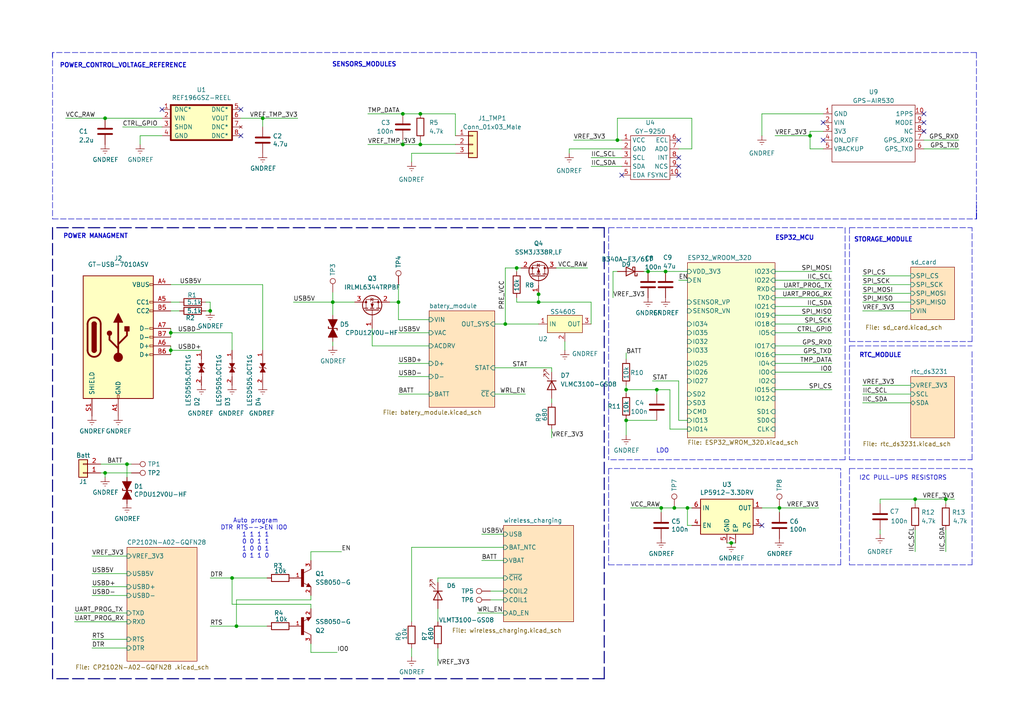
<source format=kicad_sch>
(kicad_sch (version 20231120) (generator "eeschema") (generator_version "8.0")
  (paper "A4")
  (title_block (comment 1 "Leonardo Rosa"))
  (junction (at 76.2 34.29))
  (junction (at 187.96 78.74))
  (junction (at 195.58 147.32))
  (junction (at 265.43 144.78))
  (junction (at 156.21 87.63))
  (junction (at 199.39 147.32))
  (junction (at 212.09 157.48))
  (junction (at 181.61 121.92))
  (junction (at 96.52 87.63))
  (junction (at 181.61 113.03))
  (junction (at 116.84 41.91))
  (junction (at 156.21 85.344))
  (junction (at 234.95 39.37))
  (junction (at 191.77 147.32))
  (junction (at 36.83 134.62))
  (junction (at 193.04 78.74))
  (junction (at 121.92 33.02))
  (junction (at 49.53 96.52))
  (junction (at 149.86 77.724))
  (junction (at 30.48 34.29))
  (junction (at 68.58 181.61))
  (junction (at 115.57 87.63))
  (junction (at 121.92 41.91))
  (junction (at 49.53 101.6))
  (junction (at 146.558 93.98))
  (junction (at 190.5 113.03))
  (junction (at 60.96 90.17))
  (junction (at 116.84 33.02))
  (junction (at 226.06 147.32))
  (junction (at 67.31 167.64))
  (junction (at 179.07 40.64))
  (junction (at 274.32 144.78))
  (junction (at 30.48 137.16))
  (no_connect (at 267.97 38.1))
  (no_connect (at 196.85 50.8))
  (no_connect (at 46.99 31.75))
  (no_connect (at 180.34 50.8))
  (no_connect (at 196.85 40.64))
  (no_connect (at 69.85 31.75))
  (no_connect (at 220.98 152.4))
  (no_connect (at 238.76 40.64))
  (no_connect (at 196.85 45.72))
  (no_connect (at 69.85 39.37))
  (no_connect (at 267.97 35.56))
  (no_connect (at 267.97 33.02))
  (no_connect (at 196.85 48.26))
  (no_connect (at 238.76 35.56))
  (wire (pts (xy 26.67 161.29) (xy 36.83 161.29)))
  (wire (pts (xy 255.27 144.78) (xy 265.43 144.78)))
  (wire (pts (xy 224.79 91.44) (xy 241.3 91.44)))
  (wire (pts (xy 146.558 93.98) (xy 156.21 93.98)))
  (wire (pts (xy 67.31 175.26) (xy 67.31 167.64)))
  (wire (pts (xy 224.79 96.52) (xy 241.3 96.52)))
  (wire (pts (xy 274.32 144.78) (xy 274.32 146.05)))
  (polyline (pts (xy 283.21 15.24) (xy 283.21 63.5)) (stroke (width 0) (type dash)))
  (wire (pts (xy 139.7 154.94) (xy 146.05 154.94)))
  (polyline (pts (xy 246.38 135.89) (xy 281.94 135.89)) (stroke (width 0) (type dash)))
  (wire (pts (xy 132.08 44.45) (xy 119.38 44.45)))
  (wire (pts (xy 224.79 93.98) (xy 241.3 93.98)))
  (wire (pts (xy 250.19 87.63) (xy 264.16 87.63)))
  (wire (pts (xy 220.98 33.02) (xy 220.98 39.37)))
  (wire (pts (xy 30.48 34.29) (xy 46.99 34.29)))
  (wire (pts (xy 267.97 43.18) (xy 278.13 43.18)))
  (wire (pts (xy 116.84 40.64) (xy 116.84 41.91)))
  (wire (pts (xy 60.96 181.61) (xy 68.58 181.61)))
  (wire (pts (xy 179.07 34.29) (xy 179.07 40.64)))
  (wire (pts (xy 224.79 86.36) (xy 241.3 86.36)))
  (wire (pts (xy 115.57 87.63) (xy 115.57 92.71)))
  (wire (pts (xy 36.83 138.43) (xy 36.83 134.62)))
  (wire (pts (xy 90.17 189.23) (xy 97.79 189.23)))
  (wire (pts (xy 224.79 83.82) (xy 241.3 83.82)))
  (wire (pts (xy 224.79 81.28) (xy 241.3 81.28)))
  (wire (pts (xy 49.53 96.52) (xy 67.31 96.52)))
  (wire (pts (xy 90.17 176.53) (xy 90.17 175.26)))
  (polyline (pts (xy 176.53 135.89) (xy 176.53 163.83)) (stroke (width 0) (type dash)))
  (wire (pts (xy 189.23 110.49) (xy 196.85 110.49)))
  (wire (pts (xy 196.85 121.92) (xy 196.85 110.49)))
  (wire (pts (xy 143.51 114.3) (xy 152.4 114.3)))
  (wire (pts (xy 59.69 87.63) (xy 60.96 87.63)))
  (wire (pts (xy 250.19 114.3) (xy 264.16 114.3)))
  (wire (pts (xy 181.61 113.03) (xy 181.61 114.046)))
  (wire (pts (xy 194.31 124.46) (xy 194.31 113.03)))
  (wire (pts (xy 49.53 101.6) (xy 49.53 100.33)))
  (wire (pts (xy 49.53 101.6) (xy 58.42 101.6)))
  (wire (pts (xy 234.95 38.1) (xy 234.95 39.37)))
  (wire (pts (xy 76.2 34.29) (xy 76.2 36.83)))
  (polyline (pts (xy 15.24 63.5) (xy 283.21 63.5)) (stroke (width 0) (type dash)))
  (wire (pts (xy 181.61 121.92) (xy 190.5 121.92)))
  (wire (pts (xy 250.19 111.76) (xy 264.16 111.76)))
  (wire (pts (xy 96.52 99.06) (xy 96.52 100.33)))
  (wire (pts (xy 171.45 93.98) (xy 171.45 87.63)))
  (wire (pts (xy 132.08 33.02) (xy 132.08 39.37)))
  (wire (pts (xy 115.57 105.41) (xy 124.46 105.41)))
  (wire (pts (xy 49.53 96.52) (xy 49.53 95.25)))
  (wire (pts (xy 49.53 82.55) (xy 76.2 82.55)))
  (wire (pts (xy 265.43 144.78) (xy 274.32 144.78)))
  (wire (pts (xy 250.19 116.84) (xy 264.16 116.84)))
  (polyline (pts (xy 283.21 63.5) (xy 283.21 60.96)) (stroke (width 0) (type dash)))
  (wire (pts (xy 142.24 173.99) (xy 146.05 173.99)))
  (wire (pts (xy 30.48 137.16) (xy 38.1 137.16)))
  (wire (pts (xy 26.67 185.42) (xy 36.83 185.42)))
  (wire (pts (xy 119.38 44.45) (xy 119.38 46.99)))
  (wire (pts (xy 199.39 121.92) (xy 196.85 121.92)))
  (wire (pts (xy 149.86 77.724) (xy 151.13 77.724)))
  (wire (pts (xy 224.79 107.95) (xy 241.3 107.95)))
  (wire (pts (xy 165.1 43.18) (xy 180.34 43.18)))
  (wire (pts (xy 274.32 144.78) (xy 276.86 144.78)))
  (wire (pts (xy 59.69 90.17) (xy 60.96 90.17)))
  (wire (pts (xy 171.45 48.26) (xy 180.34 48.26)))
  (wire (pts (xy 160.02 124.46) (xy 160.02 127)))
  (wire (pts (xy 96.52 87.63) (xy 96.52 91.44)))
  (wire (pts (xy 36.83 134.62) (xy 38.1 134.62)))
  (wire (pts (xy 224.79 105.41) (xy 241.3 105.41)))
  (wire (pts (xy 163.83 99.06) (xy 163.83 101.6)))
  (polyline (pts (xy 281.94 163.83) (xy 281.94 135.89)) (stroke (width 0) (type dash)))
  (wire (pts (xy 156.21 85.09) (xy 156.21 85.344)))
  (wire (pts (xy 255.27 144.78) (xy 255.27 146.05)))
  (wire (pts (xy 121.92 33.02) (xy 132.08 33.02)))
  (wire (pts (xy 194.31 113.03) (xy 190.5 113.03)))
  (wire (pts (xy 181.61 121.666) (xy 181.61 121.92)))
  (wire (pts (xy 187.96 78.74) (xy 193.04 78.74)))
  (wire (pts (xy 76.2 101.6) (xy 76.2 82.55)))
  (wire (pts (xy 67.31 101.6) (xy 67.31 96.52)))
  (polyline (pts (xy 176.53 66.04) (xy 176.53 133.35)) (stroke (width 0) (type dash)))
  (wire (pts (xy 171.45 45.72) (xy 180.34 45.72)))
  (wire (pts (xy 250.19 82.55) (xy 264.16 82.55)))
  (wire (pts (xy 160.02 106.68) (xy 160.02 107.95)))
  (wire (pts (xy 190.5 114.3) (xy 190.5 113.03)))
  (wire (pts (xy 90.17 175.26) (xy 67.31 175.26)))
  (wire (pts (xy 49.53 90.17) (xy 52.07 90.17)))
  (wire (pts (xy 29.21 134.62) (xy 36.83 134.62)))
  (wire (pts (xy 196.85 43.18) (xy 200.66 43.18)))
  (wire (pts (xy 199.39 152.4) (xy 199.39 147.32)))
  (wire (pts (xy 60.96 167.64) (xy 67.31 167.64)))
  (wire (pts (xy 226.06 147.32) (xy 237.49 147.32)))
  (polyline (pts (xy 246.38 133.35) (xy 281.94 133.35)) (stroke (width 0) (type dash)))
  (wire (pts (xy 90.17 160.02) (xy 99.06 160.02)))
  (wire (pts (xy 224.79 39.37) (xy 234.95 39.37)))
  (wire (pts (xy 21.59 180.34) (xy 36.83 180.34)))
  (wire (pts (xy 146.558 77.724) (xy 146.558 93.98)))
  (polyline (pts (xy 283.21 63.5) (xy 283.21 58.42)) (stroke (width 0) (type dash)))
  (polyline (pts (xy 246.38 99.06) (xy 281.94 99.06)) (stroke (width 0) (type dash)))
  (wire (pts (xy 182.88 147.32) (xy 191.77 147.32)))
  (wire (pts (xy 161.29 77.724) (xy 170.434 77.724)))
  (bus (pts (xy 175.26 196.85) (xy 175.26 66.04)) (stroke (width 0) (type dash)))
  (wire (pts (xy 186.69 78.74) (xy 187.96 78.74)))
  (polyline (pts (xy 176.53 66.04) (xy 245.11 66.04)) (stroke (width 0) (type dash)))
  (wire (pts (xy 181.61 104.14) (xy 181.61 102.362)))
  (wire (pts (xy 127 176.53) (xy 127 180.34)))
  (wire (pts (xy 49.53 97.79) (xy 49.53 96.52)))
  (wire (pts (xy 200.66 152.4) (xy 199.39 152.4)))
  (bus (pts (xy 175.26 196.85) (xy 15.24 196.85)) (stroke (width 0) (type dash)))
  (bus (pts (xy 175.26 66.04) (xy 15.24 66.04)) (stroke (width 0) (type dash)))
  (wire (pts (xy 191.77 147.32) (xy 195.58 147.32)))
  (wire (pts (xy 35.56 36.83) (xy 46.99 36.83)))
  (polyline (pts (xy 281.94 133.35) (xy 281.94 101.6)) (stroke (width 0) (type dash)))
  (polyline (pts (xy 15.24 15.24) (xy 15.24 16.51)) (stroke (width 0) (type dash)))
  (wire (pts (xy 68.58 173.99) (xy 68.58 181.61)))
  (wire (pts (xy 226.06 148.59) (xy 226.06 147.32)))
  (wire (pts (xy 143.51 106.68) (xy 160.02 106.68)))
  (wire (pts (xy 69.85 34.29) (xy 76.2 34.29)))
  (wire (pts (xy 138.43 177.8) (xy 146.05 177.8)))
  (wire (pts (xy 143.51 93.98) (xy 146.558 93.98)))
  (polyline (pts (xy 243.84 163.83) (xy 243.84 135.89)) (stroke (width 0) (type dash)))
  (wire (pts (xy 139.7 162.56) (xy 146.05 162.56)))
  (wire (pts (xy 30.48 34.29) (xy 19.05 34.29)))
  (wire (pts (xy 96.52 87.63) (xy 102.87 87.63)))
  (wire (pts (xy 142.24 171.45) (xy 146.05 171.45)))
  (wire (pts (xy 90.17 162.56) (xy 90.17 160.02)))
  (wire (pts (xy 160.02 115.57) (xy 160.02 116.84)))
  (wire (pts (xy 127 187.96) (xy 127 193.04)))
  (wire (pts (xy 238.76 33.02) (xy 220.98 33.02)))
  (wire (pts (xy 200.66 43.18) (xy 200.66 34.29)))
  (wire (pts (xy 115.57 82.55) (xy 115.57 87.63)))
  (wire (pts (xy 106.68 33.02) (xy 116.84 33.02)))
  (wire (pts (xy 26.67 187.96) (xy 36.83 187.96)))
  (wire (pts (xy 234.95 43.18) (xy 238.76 43.18)))
  (wire (pts (xy 200.66 34.29) (xy 179.07 34.29)))
  (wire (pts (xy 119.38 187.96) (xy 119.38 190.5)))
  (wire (pts (xy 90.17 173.99) (xy 90.17 172.72)))
  (wire (pts (xy 177.8 86.36) (xy 177.8 78.74)))
  (wire (pts (xy 121.92 41.91) (xy 132.08 41.91)))
  (polyline (pts (xy 245.11 133.35) (xy 176.53 133.35)) (stroke (width 0) (type dash)))
  (wire (pts (xy 181.61 111.76) (xy 181.61 113.03)))
  (wire (pts (xy 49.53 102.87) (xy 49.53 101.6)))
  (wire (pts (xy 224.79 102.87) (xy 241.3 102.87)))
  (polyline (pts (xy 283.21 15.24) (xy 15.24 15.24)) (stroke (width 0) (type dash)))
  (wire (pts (xy 179.07 40.64) (xy 180.34 40.64)))
  (wire (pts (xy 224.79 78.74) (xy 241.3 78.74)))
  (wire (pts (xy 49.53 87.63) (xy 52.07 87.63)))
  (polyline (pts (xy 15.24 15.24) (xy 15.24 63.5)) (stroke (width 0) (type dash)))
  (polyline (pts (xy 246.38 163.83) (xy 281.94 163.83)) (stroke (width 0) (type dash)))
  (wire (pts (xy 250.19 80.01) (xy 264.16 80.01)))
  (wire (pts (xy 250.19 90.17) (xy 264.16 90.17)))
  (polyline (pts (xy 243.84 135.89) (xy 176.53 135.89)) (stroke (width 0) (type dash)))
  (wire (pts (xy 267.97 40.64) (xy 278.13 40.64)))
  (wire (pts (xy 224.79 88.9) (xy 241.3 88.9)))
  (wire (pts (xy 165.1 44.45) (xy 165.1 43.18)))
  (wire (pts (xy 68.58 181.61) (xy 77.47 181.61)))
  (wire (pts (xy 115.57 114.3) (xy 124.46 114.3)))
  (polyline (pts (xy 524.51 63.5) (xy 551.18 63.5)) (stroke (width 0) (type dash)))
  (wire (pts (xy 106.68 41.91) (xy 116.84 41.91)))
  (wire (pts (xy 119.38 158.75) (xy 146.05 158.75)))
  (wire (pts (xy 171.45 87.63) (xy 156.21 87.63)))
  (wire (pts (xy 76.2 34.29) (xy 86.36 34.29)))
  (wire (pts (xy 181.61 121.92) (xy 181.61 126.238)))
  (wire (pts (xy 90.17 173.99) (xy 68.58 173.99)))
  (wire (pts (xy 166.37 40.64) (xy 179.07 40.64)))
  (wire (pts (xy 115.57 109.22) (xy 124.46 109.22)))
  (wire (pts (xy 177.8 78.74) (xy 179.07 78.74)))
  (wire (pts (xy 146.558 77.724) (xy 149.86 77.724)))
  (wire (pts (xy 115.57 96.52) (xy 124.46 96.52)))
  (wire (pts (xy 90.17 186.69) (xy 90.17 189.23)))
  (polyline (pts (xy 281.94 99.06) (xy 281.94 66.04)) (stroke (width 0) (type dash)))
  (wire (pts (xy 116.84 41.91) (xy 121.92 41.91)))
  (wire (pts (xy 149.86 87.63) (xy 156.21 87.63)))
  (polyline (pts (xy 246.38 135.89) (xy 246.38 163.83)) (stroke (width 0) (type dash)))
  (polyline (pts (xy 246.38 100.33) (xy 281.94 100.33)) (stroke (width 0) (type dash)))
  (wire (pts (xy 124.46 100.33) (xy 107.95 100.33)))
  (wire (pts (xy 113.03 87.63) (xy 115.57 87.63)))
  (polyline (pts (xy 246.38 66.04) (xy 281.94 66.04)) (stroke (width 0) (type dash)))
  (wire (pts (xy 29.21 137.16) (xy 30.48 137.16)))
  (wire (pts (xy 21.59 177.8) (xy 36.83 177.8)))
  (polyline (pts (xy 283.21 63.5) (xy 283.21 60.96)) (stroke (width 0) (type dash)))
  (bus (pts (xy 15.24 66.04) (xy 15.24 196.85)) (stroke (width 0) (type dash)))
  (wire (pts (xy 190.5 113.03) (xy 181.61 113.03)))
  (wire (pts (xy 265.43 153.67) (xy 265.43 160.02)))
  (wire (pts (xy 26.67 172.72) (xy 36.83 172.72)))
  (wire (pts (xy 40.64 39.37) (xy 46.99 39.37)))
  (wire (pts (xy 127 167.64) (xy 146.05 167.64)))
  (wire (pts (xy 149.86 86.36) (xy 149.86 87.63)))
  (wire (pts (xy 265.43 146.05) (xy 265.43 144.78)))
  (wire (pts (xy 60.96 87.63) (xy 60.96 90.17)))
  (polyline (pts (xy 245.11 66.04) (xy 245.11 133.35)) (stroke (width 0) (type dash)))
  (wire (pts (xy 193.04 78.74) (xy 199.39 78.74)))
  (wire (pts (xy 250.19 85.09) (xy 264.16 85.09)))
  (wire (pts (xy 67.31 167.64) (xy 77.47 167.64)))
  (wire (pts (xy 26.67 170.18) (xy 36.83 170.18)))
  (wire (pts (xy 196.85 81.28) (xy 199.39 81.28)))
  (wire (pts (xy 127 167.64) (xy 127 168.91)))
  (polyline (pts (xy 246.38 66.04) (xy 246.38 99.06)) (stroke (width 0) (type dash)))
  (wire (pts (xy 191.77 148.59) (xy 191.77 147.32)))
  (wire (pts (xy 85.09 87.63) (xy 96.52 87.63)))
  (wire (pts (xy 234.95 39.37) (xy 234.95 43.18)))
  (wire (pts (xy 274.32 153.67) (xy 274.32 160.02)))
  (wire (pts (xy 119.38 158.75) (xy 119.38 180.34)))
  (wire (pts (xy 96.52 84.836) (xy 96.52 87.63)))
  (wire (pts (xy 156.21 85.344) (xy 156.21 87.63)))
  (wire (pts (xy 199.39 147.32) (xy 200.66 147.32)))
  (wire (pts (xy 238.76 38.1) (xy 234.95 38.1)))
  (wire (pts (xy 40.64 41.91) (xy 40.64 39.37)))
  (wire (pts (xy 149.86 77.724) (xy 149.86 78.74)))
  (wire (pts (xy 220.98 147.32) (xy 226.06 147.32)))
  (wire (pts (xy 26.67 166.37) (xy 36.83 166.37)))
  (wire (pts (xy 224.79 100.33) (xy 241.3 100.33)))
  (wire (pts (xy 121.92 40.64) (xy 121.92 41.91)))
  (polyline (pts (xy 176.53 163.83) (xy 176.53 163.83)) (stroke (width 0) (type dash)))
  (wire (pts (xy 213.36 157.48) (xy 212.09 157.48)))
  (wire (pts (xy 195.58 147.32) (xy 199.39 147.32)))
  (wire (pts (xy 115.57 92.71) (xy 124.46 92.71)))
  (wire (pts (xy 116.84 33.02) (xy 121.92 33.02)))
  (wire (pts (xy 255.27 153.67) (xy 255.27 154.94)))
  (polyline (pts (xy 176.53 163.83) (xy 243.84 163.83)) (stroke (width 0) (type dash)))
  (polyline (pts (xy 246.38 100.33) (xy 246.38 133.35)) (stroke (width 0) (type dash)))
  (wire (pts (xy 199.39 124.46) (xy 194.31 124.46)))
  (wire (pts (xy 210.82 157.48) (xy 212.09 157.48)))
  (wire (pts (xy 30.48 138.43) (xy 30.48 137.16)))
  (wire (pts (xy 107.95 100.33) (xy 107.95 95.25)))
  (wire (pts (xy 224.79 113.03) (xy 241.3 113.03)))
  (rectangle (start 190.5 40.64) (end 190.5 40.64))
  (text "POWER MANAGMENT" (at 18.288 69.342 0) (effects (font (size 1.27 1.27) (thickness 0.254) (bold yes)) (justify left bottom)))
  (text "RTC_MODULE\n\n" (at 249.174 105.918 0) (effects (font (size 1.27 1.27) (thickness 0.254) (bold yes)) (justify left bottom)))
  (text "I2C PULL-UPS RESISTORS\n" (at 249.174 139.446 0) (effects (font (size 1.27 1.27)) (justify left bottom)))
  (text "SENSORS_MODULES\n\n" (at 96.266 21.59 0) (effects (font (size 1.27 1.27) (thickness 0.254) (bold yes)) (justify left bottom)))
  (text "POWER_CONTROL_VOLTAGE_REFERENCE\n" (at 17.272 19.812 0) (effects (font (size 1.27 1.27) (thickness 0.254) (bold yes)) (justify left bottom)))
  (text "ESP32_MCU" (at 224.79 69.85 0) (effects (font (size 1.27 1.27) (thickness 0.254) (bold yes)) (justify left bottom)))
  (text "STORAGE_MODULE\n\n" (at 247.65 72.39 0) (effects (font (size 1.27 1.27) (thickness 0.254) (bold yes)) (justify left bottom)))
  (text " Auto program\nDTR RTS-->EN IO0\n 1 1 1 1\n 0 0 1 1\n 1 0 0 1\n 0 1 1 0" (at 73.66 156.21 0) (effects (font (size 1.27 1.27))))
  (text "LDO" (at 190.246 131.572 0) (effects (font (size 1.27 1.27)) (justify left bottom)))
  (label "USB5V" (at 115.57 96.52 0))
  (label "BATT" (at 115.57 114.3 0))
  (label "BATT" (at 181.61 102.87 0))
  (label "IIC_SCL" (at 171.45 45.72 0))
  (label "SPI_MOSI" (at 250.19 85.09 0))
  (label "SPI_MOSI" (at 241.3 78.74 180))
  (label "USB5V" (at 139.7 154.94 0))
  (label "BATT" (at 139.7 162.56 0))
  (label "IIC_SCL" (at 241.3 81.28 180))
  (label "USBD-" (at 115.57 109.22 0))
  (label "EN" (at 99.06 160.02 0))
  (label "UART_PROG_TX" (at 21.59 177.8 0))
  (label "UART_PROG_TX" (at 241.3 83.82 180))
  (label "SPI_MISO" (at 241.3 91.44 180))
  (label "VREF_3V3" (at 160.02 127 0))
  (label "RTS" (at 60.96 181.61 0))
  (label "IIC_SCL" (at 250.19 114.3 0))
  (label "IO0" (at 97.79 189.23 0))
  (label "VREF_3V3" (at 250.19 90.17 0))
  (label "USBD+" (at 58.42 101.6 180))
  (label "STAT" (at 148.59 106.68 0))
  (label "USBD+" (at 115.57 105.41 0))
  (label "CTRL_GPIO" (at 35.56 36.83 0))
  (label "VREF_3V3" (at 237.49 147.32 180))
  (label "VREF_3V3" (at 26.67 161.29 0))
  (label "BATT" (at 35.56 134.62 180))
  (label "EN" (at 196.85 81.28 0))
  (label "SPI_CS" (at 250.19 80.01 0))
  (label "IIC_SDA" (at 171.45 48.26 0))
  (label "VCC_RAW" (at 170.434 77.724 180))
  (label "VCC_RAW" (at 182.88 147.32 0))
  (label "GPS_TXD" (at 241.3 102.87 180))
  (label "IIC_SDA" (at 241.3 88.9 180))
  (label "IIC_SDA" (at 274.32 160.02 90))
  (label "CTRL_GPIO" (at 241.3 96.52 180))
  (label "USB5V" (at 26.67 166.37 0))
  (label "VREF_3V3" (at 224.79 39.37 0))
  (label "USBD+" (at 26.67 170.18 0))
  (label "VREF_3V3" (at 177.8 86.36 0))
  (label "PRE_VCC" (at 146.558 81.28 270))
  (label "IIC_SDA" (at 250.19 116.84 0))
  (label "GPS_TXD" (at 278.13 43.18 180))
  (label "GPS_RXD" (at 241.3 100.33 180))
  (label "VREF_TMP_3V3" (at 86.36 34.29 180))
  (label "STAT" (at 189.23 110.49 0))
  (label "VREF_3V3" (at 127 193.04 0))
  (label "WRL_EN" (at 152.4 114.3 180))
  (label "GPS_RXD" (at 278.13 40.64 180))
  (label "VREF_3V3" (at 250.19 111.76 0))
  (label "DTR" (at 26.67 187.96 0))
  (label "VREF_3V3" (at 276.86 144.78 180))
  (label "VREF_3V3" (at 166.37 40.64 0))
  (label "SPI_SCK" (at 241.3 93.98 180))
  (label "RTS" (at 26.67 185.42 0))
  (label "TMP_DATA" (at 241.3 105.41 180))
  (label "VREF_TMP_3V3" (at 106.68 41.91 0))
  (label "SPI_SCK" (at 250.19 82.55 0))
  (label "USBD-" (at 58.42 96.52 180))
  (label "IIC_SCL" (at 265.43 160.02 90))
  (label "IO0" (at 241.3 107.95 180))
  (label "WRL_EN" (at 138.43 177.8 0))
  (label "USBD-" (at 26.67 172.72 0))
  (label "UART_PROG_RX" (at 21.59 180.34 0))
  (label "UART_PROG_RX" (at 241.3 86.36 180))
  (label "VCC_RAW" (at 19.05 34.29 0))
  (label "TMP_DATA" (at 106.68 33.02 0))
  (label "USB5V" (at 85.09 87.63 0))
  (label "SPI_MISO" (at 250.19 87.63 0))
  (label "USB5V" (at 58.42 82.55 180))
  (label "DTR" (at 60.96 167.64 0))
  (label "SPI_CS" (at 241.3 113.03 180))
  (symbol (lib_id "Device:D_Schottky") (at 182.88 78.74 180) (unit 1)
    (property "Reference" "D9" (at 181.61 76.708 0))
    (property "Value" "B340A-E3/61T" (at 181.864 75.184 0))
    (property "Footprint" "Diode_SMD:D_SMA" (effects (hide yes)))
    (property "PN" "B340A-E3/61T" (effects (hide yes)))
  )
  (symbol (lib_id "Connector:TestPoint") (at 226.06 147.32 0) (unit 1)
    (property "Reference" "TP8" (at 226.06 142.5448 90) (effects (justify left)))
    (property "Footprint" "TestPoint:TestPoint_Pad_3.0x3.0mm" (effects (hide yes)))
  )
  (symbol (lib_id "Connector:TestPoint") (at 142.24 173.99 90) (unit 1)
    (property "Reference" "TP6" (at 137.4648 173.99 90) (effects (justify left)))
    (property "Footprint" "TestPoint:TestPoint_Pad_3.0x3.0mm" (effects (hide yes)))
  )
  (symbol (lib_id "Connector:TestPoint") (at 195.58 147.32 0) (unit 1)
    (property "Reference" "TP7" (at 195.58 142.5448 90) (effects (justify left)))
    (property "Footprint" "TestPoint:TestPoint_Pad_3.0x3.0mm" (effects (hide yes)))
  )
  (symbol (lib_id "power:GNDREF") (at 67.31 111.76 0) (unit 1)
    (property "Reference" "#PWR09" (effects (hide yes)))
    (property "Value" "GNDREF" (at 67.056 119.888 0))
  )
  (symbol (lib_id "power:GNDREF") (at 40.64 41.91 0) (unit 1)
    (property "Reference" "#PWR06" (effects (hide yes)))
    (property "Value" "GNDREF" (at 40.767 46.3042 0))
  )
  (symbol (lib_id "GY-9250:GY-9250") (at 187.96 41.91 0) (unit 1)
    (property "Reference" "U4" (at 188.595 35.56 0))
    (property "Value" "GY-9250" (at 188.595 38.1 0))
    (property "Footprint" "Footprints:GY-9250" (effects (hide yes)))
  )
  (symbol (lib_id "Device:C") (at 76.2 40.64 0) (unit 1)
    (property "Reference" "C2" (at 79.121 39.4716 0) (effects (justify left)))
    (property "Value" "4.7u" (at 79.121 41.783 0) (effects (justify left)))
    (property "Footprint" "Capacitor_SMD:C_0603_1608Metric" (effects (hide yes)))
    (property "PN" "TCC0603X5R475K250CT" (effects (hide yes)))
  )
  (symbol (lib_id "power:GNDREF") (at 30.48 138.43 0) (unit 1)
    (property "Reference" "#PWR03" (effects (hide yes)))
    (property "Value" "GNDREF" (at 30.607 142.8242 0))
  )
  (symbol (lib_id "power:GNDREF") (at 60.96 90.17 0) (unit 1)
    (property "Reference" "#PWR08" (effects (hide yes)))
    (property "Value" "GNDREF" (at 61.087 94.5642 0))
  )
  (symbol (lib_id "power:GNDREF") (at 255.27 154.94 0) (unit 1)
    (property "Reference" "#PWR021" (effects (hide yes)))
    (property "Value" "GNDREF" (at 255.27 160.02 0))
  )
  (symbol (lib_id "LESD5D5.0CT1G:LESD5D5.0CT1G") (at 67.31 106.68 270) (unit 1)
    (property "Reference" "D3" (at 66.04 117.856 0) (effects (justify right)))
    (property "Value" "LESD5D5.0CT1G" (at 63.5 117.856 0) (effects (justify right)))
    (property "Footprint" "Footprints:TVS_LESD5D5.0CT1G" (effects (hide yes)))
    (property "MF" "Leshan Radio Co." (effects (hide yes)))
    (property "MAXIMUM_PACKAGE_HEIGHT" "0.7 mm" (effects (hide yes)))
    (property "Package" "None" (effects (hide yes)))
    (property "Price" "None" (effects (hide yes)))
    (property "Check_prices" "https://www.snapeda.com/parts/LESD5D5.0CT1G/Leshan+Radio+Co./view-part/?ref=eda" (effects (hide yes)))
    (property "STANDARD" "Manufacturer Recommendations" (effects (hide yes)))
    (property "PARTREV" "O" (effects (hide yes)))
    (property "SnapEDA_Link" "https://www.snapeda.com/parts/LESD5D5.0CT1G/Leshan+Radio+Co./view-part/?ref=snap" (effects (hide yes)))
    (property "MP" "LESD5D5.0CT1G" (effects (hide yes)))
    (property "Description_1" "\nTransient Voltage Suppressors for ESD Protection\n" (effects (hide yes)))
    (property "Availability" "In Stock" (effects (hide yes)))
    (property "MANUFACTURER" "LRC" (effects (hide yes)))
    (property "PN" "LESD5D5.0CT1G" (effects (hide yes)))
  )
  (symbol (lib_id "Connector:TestPoint") (at 38.1 137.16 270) (unit 1)
    (property "Reference" "TP2" (at 42.8752 137.16 90) (effects (justify left)))
    (property "Footprint" "TestPoint:TestPoint_Pad_3.0x3.0mm" (effects (hide yes)))
  )
  (symbol (lib_id "Device:LED") (at 160.02 111.76 270) (unit 1)
    (property "Reference" "D7" (at 162.56 108.9024 90) (effects (justify left)))
    (property "Value" "VLMC3100-GS08" (at 162.56 111.4424 90) (effects (justify left)))
    (property "Footprint" "LED_SMD:LED_PLCC-2_3.4x3.0mm_KA" (effects (hide yes)))
    (property "Description" "Light emitting diode" (effects (hide yes)))
    (property "PN" "VLMC3100-GS08" (effects (hide yes)))
  )
  (symbol (lib_id "Device:C") (at 255.27 149.86 0) (unit 1)
    (property "Reference" "C7" (at 258.064 148.336 0) (effects (justify left)))
    (property "Value" "100n" (at 258.318 151.13 0) (effects (justify left)))
    (property "Footprint" "Capacitor_SMD:C_0603_1608Metric" (effects (hide yes)))
    (property "PN" "CC0603KRX7R9BB104" (effects (hide yes)))
  )
  (symbol (lib_id "SS8050-G:SS8050-G") (at 87.63 167.64 0) (unit 1)
    (property "Reference" "Q1" (at 91.44 166.3699 0) (effects (justify left)))
    (property "Value" "SS8050-G" (at 91.44 168.9099 0) (effects (justify left)))
    (property "Footprint" "Footprints:TRANS_SS8050-G" (effects (hide yes)))
    (property "MF" "Comchip Technology" (effects (hide yes)))
    (property "MAXIMUM_PACKAGE_HEIGHT" "1.05 mm" (effects (hide yes)))
    (property "Package" "TO-236 Comchip" (effects (hide yes)))
    (property "Price" "None" (effects (hide yes)))
    (property "Check_prices" "https://www.snapeda.com/parts/SS8050-G/Comchip+Technology/view-part/?ref=eda" (effects (hide yes)))
    (property "STANDARD" "Manufacturer Recommendations" (effects (hide yes)))
    (property "PARTREV" "A" (effects (hide yes)))
    (property "SnapEDA_Link" "https://www.snapeda.com/parts/SS8050-G/Comchip+Technology/view-part/?ref=snap" (effects (hide yes)))
    (property "MP" "SS8050-G" (effects (hide yes)))
    (property "Purchase-URL" "https://www.snapeda.com/api/url_track_click_mouser/?unipart_id=809142&manufacturer=Comchip Technology&part_name=SS8050-G&search_term=ss8050-g" (effects (hide yes)))
    (property "Description_1" "\nBipolar (BJT) Transistor NPN 25 V 1.5 A 100MHz 300 mW Surface Mount SOT-23-3\n" (effects (hide yes)))
    (property "Availability" "In Stock" (effects (hide yes)))
    (property "MANUFACTURER" "Comchip" (effects (hide yes)))
    (property "PN" "SS8050-G" (effects (hide yes)))
  )
  (symbol (lib_id "Device:R") (at 127 184.15 0) (unit 1)
    (property "Reference" "R7" (at 123.19 185.928 90) (effects (justify left)))
    (property "Value" "680" (at 124.968 185.674 90) (effects (justify left)))
    (property "Footprint" "Resistor_SMD:R_0603_1608Metric" (effects (hide yes)))
    (property "PN" "0603WAF6800T5E" (effects (hide yes)))
  )
  (symbol (lib_id "power:GNDREF") (at 76.2 111.76 0) (unit 1)
    (property "Reference" "#PWR011" (effects (hide yes)))
    (property "Value" "GNDREF" (at 75.946 119.888 0))
  )
  (symbol (lib_id "ESP32-rescue:D_TVS_ALT-Device") (at 96.52 95.25 270) (unit 1)
    (property "Reference" "D5" (at 98.552 94.0816 90) (effects (justify left)))
    (property "Value" "CPDU12V0U-HF" (at 100.076 96.52 90) (effects (justify left)))
    (property "Footprint" "Diode_SMD:D_SOD-523" (effects (hide yes)))
    (property "PN" "CPDU12V0U-HF" (effects (hide yes)))
  )
  (symbol (lib_id "Device:C") (at 187.96 82.55 0) (unit 1)
    (property "Reference" "C8" (at 186.944 74.93 0) (effects (justify left)))
    (property "Value" "100n" (at 186.944 77.47 0) (effects (justify left)))
    (property "Footprint" "Capacitor_SMD:C_0603_1608Metric" (effects (hide yes)))
    (property "PN" "CC0603KRX7R9BB104" (effects (hide yes)))
  )
  (symbol (lib_id "Connector:TestPoint") (at 96.52 84.836 0) (unit 1)
    (property "Reference" "TP3" (at 96.52 80.0608 90) (effects (justify left)))
    (property "Footprint" "TestPoint:TestPoint_Pad_3.0x3.0mm" (effects (hide yes)))
  )
  (symbol (lib_id "Device:Q_NMOS_GSD") (at 107.95 90.17 90) (unit 1)
    (property "Reference" "Q3" (at 107.95 80.772 90))
    (property "Value" "IRLML6344TRPBF" (at 107.95 83.312 90))
    (property "Footprint" "Package_TO_SOT_SMD:SOT-23" (effects (hide yes)))
    (property "PN" "IRLML6344TRPBF" (effects (hide yes)))
  )
  (symbol (lib_name "GNDREF_1") (lib_id "power:GNDREF") (at 163.83 101.6 0) (unit 1)
    (property "Reference" "#PWR016" (effects (hide yes)))
    (property "Value" "GNDREF" (at 169.672 102.616 0))
    (property "Description" "Power symbol creates a global label with name \"GNDREF\" , reference supply ground" (effects (hide yes)))
  )
  (symbol (lib_id "Device:R") (at 81.28 167.64 270) (unit 1)
    (property "Reference" "R3" (at 79.248 164.084 90) (effects (justify left)))
    (property "Value" "10k" (at 79.502 165.608 90) (effects (justify left)))
    (property "Footprint" "Resistor_SMD:R_0603_1608Metric" (effects (hide yes)))
    (property "PN" "FRC0603J103TS" (effects (hide yes)))
  )
  (symbol (lib_id "Device:C") (at 226.06 152.4 0) (unit 1)
    (property "Reference" "C6" (at 228.981 151.2316 0) (effects (justify left)))
    (property "Value" "100n" (at 228.981 153.543 0) (effects (justify left)))
    (property "Footprint" "Capacitor_SMD:C_0603_1608Metric" (effects (hide yes)))
    (property "PN" "CC0603KRX7R9BB104" (effects (hide yes)))
  )
  (symbol (lib_id "Connector:TestPoint") (at 38.1 134.62 270) (unit 1)
    (property "Reference" "TP1" (at 42.8752 134.62 90) (effects (justify left)))
    (property "Footprint" "TestPoint:TestPoint_Pad_3.0x3.0mm" (effects (hide yes)))
  )
  (symbol (lib_id "Device:C") (at 193.04 82.55 0) (unit 1)
    (property "Reference" "C9" (at 192.278 74.676 0) (effects (justify left)))
    (property "Value" "47u" (at 192.278 77.216 0) (effects (justify left)))
    (property "Footprint" "Capacitor_SMD:C_0603_1608Metric" (effects (hide yes)))
    (property "PN" "GRM188R60J476ME15D" (effects (hide yes)))
  )
  (symbol (lib_id "power:GNDREF") (at 191.77 156.21 0) (unit 1)
    (property "Reference" "#PWR018" (effects (hide yes)))
    (property "Value" "GNDREF" (at 191.897 160.6042 0))
  )
  (symbol (lib_id "power:GNDREF") (at 30.48 41.91 0) (unit 1)
    (property "Reference" "#PWR02" (effects (hide yes)))
    (property "Value" "GNDREF" (at 30.607 46.3042 0))
  )
  (symbol (lib_name "GNDREF_2") (lib_id "power:GNDREF") (at 220.98 39.37 0) (unit 1)
    (property "Reference" "#PWR022" (effects (hide yes)))
    (property "Value" "GNDREF" (at 220.98 44.45 0))
    (property "Description" "Power symbol creates a global label with name \"GNDREF\" , reference supply ground" (effects (hide yes)))
  )
  (symbol (lib_id "Device:R") (at 121.92 36.83 0) (unit 1)
    (property "Reference" "R5" (at 124.46 35.5599 0) (effects (justify left)))
    (property "Value" "4.7k" (at 124.46 38.0999 0) (effects (justify left)))
    (property "Footprint" "Resistor_SMD:R_0603_1608Metric" (effects (hide yes)))
    (property "PN" "AC0603FR-074K7L" (effects (hide yes)))
  )
  (symbol (lib_id "Device:R") (at 55.88 90.17 270) (unit 1)
    (property "Reference" "R2" (at 53.848 92.202 90) (effects (justify left)))
    (property "Value" "5.1k" (at 54.229 90.17 90) (effects (justify left)))
    (property "Footprint" "Resistor_SMD:R_0603_1608Metric" (effects (hide yes)))
    (property "PN" "0603WAF5101T5E" (effects (hide yes)))
  )
  (symbol (lib_id "Connector:TestPoint") (at 142.24 171.45 90) (unit 1)
    (property "Reference" "TP5" (at 137.4648 171.45 90) (effects (justify left)))
    (property "Footprint" "TestPoint:TestPoint_Pad_3.0x3.0mm" (effects (hide yes)))
  )
  (symbol (lib_id "GPS_Air530:GPS_Air530") (at 254 26.67 0) (unit 1)
    (property "Reference" "U9" (at 253.365 26.67 0))
    (property "Value" "GPS-AIR530" (at 253.365 29.21 0))
    (property "Footprint" "Footprints:GPS_Air530" (effects (hide yes)))
  )
  (symbol (lib_id "Device:R") (at 55.88 87.63 270) (unit 1)
    (property "Reference" "R1" (at 54.356 85.598 90) (effects (justify left)))
    (property "Value" "5.1k" (at 54.229 87.63 90) (effects (justify left)))
    (property "Footprint" "Resistor_SMD:R_0603_1608Metric" (effects (hide yes)))
    (property "PN" "0603WAF5101T5E" (effects (hide yes)))
  )
  (symbol (lib_id "power:GNDREF") (at 193.04 86.36 0) (unit 1)
    (property "Reference" "#PWR025" (effects (hide yes)))
    (property "Value" "GNDREF" (at 193.167 90.7542 0))
  )
  (symbol (lib_id "power:GNDREF") (at 96.52 100.33 0) (unit 1)
    (property "Reference" "#PWR012" (effects (hide yes)))
    (property "Value" "GNDREF" (at 96.647 104.7242 0))
  )
  (symbol (lib_id "Connector:TestPoint") (at 115.57 82.55 0) (unit 1)
    (property "Reference" "TP4" (at 115.57 77.7748 90) (effects (justify left)))
    (property "Footprint" "TestPoint:TestPoint_Pad_3.0x3.0mm" (effects (hide yes)))
  )
  (symbol (lib_id "power:GNDREF") (at 119.38 190.5 0) (unit 1)
    (property "Reference" "#PWR014" (effects (hide yes)))
    (property "Value" "GNDREF" (at 119.507 194.8942 0))
  )
  (symbol (lib_id "Device:Q_PMOS_GSD") (at 156.21 80.264 270) (mirror x) (unit 1)
    (property "Reference" "Q4" (at 156.21 70.612 90))
    (property "Value" "SSM3J338R,LF" (at 156.21 73.152 90))
    (property "Footprint" "Package_TO_SOT_SMD:SOT-23" (effects (hide yes)))
    (property "PN" "SSM3J338R,LF" (effects (hide yes)))
  )
  (symbol (lib_id "Regulator_Linear:LP5912-3.3DRV") (at 210.82 149.86 0) (unit 1)
    (property "Reference" "U3" (at 210.82 140.5382 0))
    (property "Value" "LP5912-3.3DRV" (at 210.82 142.8496 0))
    (property "Footprint" "Footprints:LP5912" (effects (hide yes)))
    (property "Datasheet" "http://www.ti.com/lit/ds/symlink/lp5912.pdf" (effects (hide yes)))
    (property "PN" "LP5912-3.3DRVR" (effects (hide yes)))
  )
  (symbol (lib_id "Device:C") (at 30.48 38.1 0) (unit 1)
    (property "Reference" "C1" (at 22.86 38.1 0) (effects (justify left)))
    (property "Value" "2.2u" (at 22.86 40.64 0) (effects (justify left)))
    (property "Footprint" "Capacitor_SMD:C_0603_1608Metric" (effects (hide yes)))
    (property "PN" "CS1608X5R225K100NRB" (effects (hide yes)))
  )
  (symbol (lib_id "Device:R") (at 149.86 82.55 180) (unit 1)
    (property "Reference" "R8" (at 154.94 82.7024 0) (effects (justify left)))
    (property "Value" "10k" (at 149.86 80.899 90) (effects (justify left)))
    (property "Footprint" "Resistor_SMD:R_0603_1608Metric" (effects (hide yes)))
    (property "PN" "FRC0603J103TS" (effects (hide yes)))
  )
  (symbol (lib_id "Device:C") (at 190.5 118.11 0) (unit 1)
    (property "Reference" "C4" (at 184.15 116.84 0) (effects (justify left)))
    (property "Value" "100n" (at 182.88 119.38 0) (effects (justify left)))
    (property "Footprint" "Capacitor_SMD:C_0603_1608Metric" (effects (hide yes)))
    (property "PN" "CC0603KRX7R9BB104" (effects (hide yes)))
  )
  (symbol (lib_id "Connector:USB_C_Receptacle_USB2.0_14P") (at 34.29 97.79 0) (unit 1)
    (property "Reference" "J2" (at 34.29 74.93 0))
    (property "Value" "GT-USB-7010ASV" (at 34.29 76.708 0))
    (property "Footprint" "Connector_USB:USB_C_Receptacle_HCTL_HC-TYPE-C-16P-01A" (effects (hide yes)))
    (property "Datasheet" "https://www.usb.org/sites/default/files/documents/usb_type-c.zip" (effects (hide yes)))
    (property "Description" "USB 2.0-only 14P Type-C Receptacle connector" (effects (hide yes)))
    (property "PN" "GT-USB-7010ASV" (effects (hide yes)))
  )
  (symbol (lib_id "power:GNDREF") (at 36.83 146.05 0) (unit 1)
    (property "Reference" "#PWR05" (effects (hide yes)))
    (property "Value" "GNDREF" (at 36.957 150.4442 0))
  )
  (symbol (lib_id "power:GNDREF") (at 212.09 157.48 0) (unit 1)
    (property "Reference" "#PWR019" (effects (hide yes)))
    (property "Value" "GNDREF" (at 212.217 161.8742 0))
  )
  (symbol (lib_id "Device:R") (at 274.32 149.86 0) (unit 1)
    (property "Reference" "R13" (at 276.098 148.59 0) (effects (justify left)))
    (property "Value" "4.7k" (at 276.352 151.13 0) (effects (justify left)))
    (property "Footprint" "Resistor_SMD:R_0603_1608Metric" (effects (hide yes)))
    (property "PN" "AC0603FR-074K7L" (effects (hide yes)))
  )
  (symbol (lib_id "ESP32-rescue:D_TVS_ALT-Device") (at 36.83 142.24 270) (unit 1)
    (property "Reference" "D1" (at 38.862 141.0716 90) (effects (justify left)))
    (property "Value" "CPDU12V0U-HF" (at 38.862 143.383 90) (effects (justify left)))
    (property "Footprint" "Diode_SMD:D_SOD-523" (effects (hide yes)))
    (property "PN" "CPDU12V0U-HF" (effects (hide yes)))
  )
  (symbol (lib_id "power:GNDREF") (at 34.29 120.65 0) (unit 1)
    (property "Reference" "#PWR04" (effects (hide yes)))
    (property "Value" "GNDREF" (at 34.417 125.0442 0))
  )
  (symbol (lib_id "power:GNDREF") (at 181.61 126.238 0) (unit 1)
    (property "Reference" "#PWR017" (effects (hide yes)))
    (property "Value" "GNDREF" (at 181.737 130.6322 0))
  )
  (symbol (lib_name "GNDREF_2") (lib_id "power:GNDREF") (at 165.1 44.45 0) (unit 1)
    (property "Reference" "#PWR023" (effects (hide yes)))
    (property "Value" "GNDREF" (at 165.1 49.53 0))
    (property "Description" "Power symbol creates a global label with name \"GNDREF\" , reference supply ground" (effects (hide yes)))
  )
  (symbol (lib_id "Device:R") (at 265.43 149.86 0) (unit 1)
    (property "Reference" "R12" (at 267.208 148.59 0) (effects (justify left)))
    (property "Value" "4.7k" (at 267.208 151.13 0) (effects (justify left)))
    (property "Footprint" "Resistor_SMD:R_0603_1608Metric" (effects (hide yes)))
    (property "PN" "AC0603FR-074K7L" (effects (hide yes)))
  )
  (symbol (lib_id "Device:C") (at 116.84 36.83 0) (unit 1)
    (property "Reference" "C3" (at 110.49 35.56 0) (effects (justify left)))
    (property "Value" "100n" (at 109.22 38.1 0) (effects (justify left)))
    (property "Footprint" "Capacitor_SMD:C_0603_1608Metric" (effects (hide yes)))
    (property "PN" "CC0603KRX7R9BB104" (effects (hide yes)))
  )
  (symbol (lib_id "Device:LED") (at 127 172.72 270) (unit 1)
    (property "Reference" "D6" (at 129.54 169.8624 90) (effects (justify left)))
    (property "Value" "VLMT3100-GS08" (at 127.254 179.832 90) (effects (justify left)))
    (property "Footprint" "LED_SMD:LED_PLCC-2_3.4x3.0mm_KA" (effects (hide yes)))
    (property "Description" "Light emitting diode" (effects (hide yes)))
    (property "PN" "VLMT3100-GS08" (effects (hide yes)))
  )
  (symbol (lib_id "Device:R") (at 181.61 117.856 180) (unit 1)
    (property "Reference" "R11" (at 180.086 117.856 0) (effects (justify left)))
    (property "Value" "10k" (at 181.61 116.205 90) (effects (justify left)))
    (property "Footprint" "Resistor_SMD:R_0603_1608Metric" (effects (hide yes)))
    (property "PN" "FRC0603J103TS" (effects (hide yes)))
  )
  (symbol (lib_id "power:GNDREF") (at 226.06 156.21 0) (unit 1)
    (property "Reference" "#PWR020" (effects (hide yes)))
    (property "Value" "GNDREF" (at 226.187 160.6042 0))
  )
  (symbol (lib_id "power:GNDREF") (at 76.2 44.45 0) (unit 1)
    (property "Reference" "#PWR010" (effects (hide yes)))
    (property "Value" "GNDREF" (at 76.327 48.8442 0))
  )
  (symbol (lib_id "Device:C") (at 191.77 152.4 0) (unit 1)
    (property "Reference" "C5" (at 194.691 151.2316 0) (effects (justify left)))
    (property "Value" "100n" (at 194.691 153.543 0) (effects (justify left)))
    (property "Footprint" "Capacitor_SMD:C_0603_1608Metric" (effects (hide yes)))
    (property "PN" "CC0603KRX7R9BB104" (effects (hide yes)))
  )
  (symbol (lib_id "Device:R") (at 160.02 120.65 0) (unit 1)
    (property "Reference" "R9" (at 156.21 122.428 90) (effects (justify left)))
    (property "Value" "680" (at 157.988 122.174 90) (effects (justify left)))
    (property "Footprint" "Resistor_SMD:R_0603_1608Metric" (effects (hide yes)))
    (property "PN" "0603WAF6800T5E" (effects (hide yes)))
  )
  (symbol (lib_id "Device:R") (at 81.28 181.61 270) (unit 1)
    (property "Reference" "R4" (at 79.502 177.8 90) (effects (justify left)))
    (property "Value" "10k" (at 79.756 179.578 90) (effects (justify left)))
    (property "Footprint" "Resistor_SMD:R_0603_1608Metric" (effects (hide yes)))
    (property "PN" "FRC0603J103TS" (effects (hide yes)))
  )
  (symbol (lib_id "Connector_Generic:Conn_01x03") (at 137.16 41.91 0) (unit 1)
    (property "Reference" "J1_TMP1" (at 142.748 34.29 0))
    (property "Value" "Conn_01x03_Male" (at 142.748 36.83 0))
    (property "Footprint" "Connector_PinHeader_2.54mm:PinHeader_1x03_P2.54mm_Vertical" (effects (hide yes)))
  )
  (symbol (lib_id "power:GNDREF") (at 26.67 120.65 0) (unit 1)
    (property "Reference" "#PWR01" (effects (hide yes)))
    (property "Value" "GNDREF" (at 26.797 125.0442 0))
  )
  (symbol (lib_id "power:GNDREF") (at 187.96 86.36 0) (unit 1)
    (property "Reference" "#PWR024" (effects (hide yes)))
    (property "Value" "GNDREF" (at 188.087 90.7542 0))
  )
  (symbol (lib_id "SS8050-G:SS8050-G") (at 87.63 181.61 0) (mirror x) (unit 1)
    (property "Reference" "Q2" (at 91.44 182.8801 0) (effects (justify left)))
    (property "Value" "SS8050-G" (at 91.44 180.3401 0) (effects (justify left)))
    (property "Footprint" "Footprints:TRANS_SS8050-G" (effects (hide yes)))
    (property "MF" "Comchip Technology" (effects (hide yes)))
    (property "MAXIMUM_PACKAGE_HEIGHT" "1.05 mm" (effects (hide yes)))
    (property "Package" "TO-236 Comchip" (effects (hide yes)))
    (property "Price" "None" (effects (hide yes)))
    (property "Check_prices" "https://www.snapeda.com/parts/SS8050-G/Comchip+Technology/view-part/?ref=eda" (effects (hide yes)))
    (property "STANDARD" "Manufacturer Recommendations" (effects (hide yes)))
    (property "PARTREV" "A" (effects (hide yes)))
    (property "SnapEDA_Link" "https://www.snapeda.com/parts/SS8050-G/Comchip+Technology/view-part/?ref=snap" (effects (hide yes)))
    (property "MP" "SS8050-G" (effects (hide yes)))
    (property "Purchase-URL" "https://www.snapeda.com/api/url_track_click_mouser/?unipart_id=809142&manufacturer=Comchip Technology&part_name=SS8050-G&search_term=ss8050-g" (effects (hide yes)))
    (property "Description_1" "\nBipolar (BJT) Transistor NPN 25 V 1.5 A 100MHz 300 mW Surface Mount SOT-23-3\n" (effects (hide yes)))
    (property "Availability" "In Stock" (effects (hide yes)))
    (property "MANUFACTURER" "Comchip" (effects (hide yes)))
    (property "PN" "SS8050-G" (effects (hide yes)))
  )
  (symbol (lib_id "Device:R") (at 119.38 184.15 0) (unit 1)
    (property "Reference" "R6" (at 115.57 185.928 90) (effects (justify left)))
    (property "Value" "10k" (at 117.348 185.674 90) (effects (justify left)))
    (property "Footprint" "Resistor_SMD:R_0603_1608Metric" (effects (hide yes)))
    (property "PN" "FRC0603J103TS" (effects (hide yes)))
  )
  (symbol (lib_id "Connector_Generic:Conn_01x02") (at 24.13 137.16 180) (unit 1)
    (property "Reference" "J1" (at 24.13 139.7 0))
    (property "Value" "Batt" (at 24.13 132.08 0))
    (property "Footprint" "Connector_PinHeader_2.54mm:PinHeader_1x02_P2.54mm_Vertical" (effects (hide yes)))
  )
  (symbol (lib_id "Device:R") (at 181.61 107.95 180) (unit 1)
    (property "Reference" "R10" (at 186.69 108.1024 0) (effects (justify left)))
    (property "Value" "10k" (at 181.61 106.299 90) (effects (justify left)))
    (property "Footprint" "Resistor_SMD:R_0603_1608Metric" (effects (hide yes)))
    (property "PN" "FRC0603J103TS" (effects (hide yes)))
  )
  (symbol (lib_id "ESP32-rescue:AH3772-W-7") (at 163.83 92.71 0) (unit 1)
    (property "Reference" "U2" (at 157.48 98.298 0))
    (property "Value" "SS460S" (at 163.322 90.424 0))
    (property "Footprint" "Package_TO_SOT_THT:TO-92Flat" (effects (hide yes)))
    (property "PN" "SS460S" (effects (hide yes)))
  )
  (symbol (lib_id "LESD5D5.0CT1G:LESD5D5.0CT1G") (at 76.2 106.68 270) (unit 1)
    (property "Reference" "D4" (at 74.93 117.856 0) (effects (justify right)))
    (property "Value" "LESD5D5.0CT1G" (at 72.39 117.856 0) (effects (justify right)))
    (property "Footprint" "Footprints:TVS_LESD5D5.0CT1G" (effects (hide yes)))
    (property "MF" "Leshan Radio Co." (effects (hide yes)))
    (property "MAXIMUM_PACKAGE_HEIGHT" "0.7 mm" (effects (hide yes)))
    (property "Package" "None" (effects (hide yes)))
    (property "Price" "None" (effects (hide yes)))
    (property "Check_prices" "https://www.snapeda.com/parts/LESD5D5.0CT1G/Leshan+Radio+Co./view-part/?ref=eda" (effects (hide yes)))
    (property "STANDARD" "Manufacturer Recommendations" (effects (hide yes)))
    (property "PARTREV" "O" (effects (hide yes)))
    (property "SnapEDA_Link" "https://www.snapeda.com/parts/LESD5D5.0CT1G/Leshan+Radio+Co./view-part/?ref=snap" (effects (hide yes)))
    (property "MP" "LESD5D5.0CT1G" (effects (hide yes)))
    (property "Description_1" "\nTransient Voltage Suppressors for ESD Protection\n" (effects (hide yes)))
    (property "Availability" "In Stock" (effects (hide yes)))
    (property "MANUFACTURER" "LRC" (effects (hide yes)))
    (property "PN" "LESD5D5.0CT1G" (effects (hide yes)))
  )
  (symbol (lib_id "power:GNDREF") (at 58.42 111.76 0) (unit 1)
    (property "Reference" "#PWR07" (effects (hide yes)))
    (property "Value" "GNDREF" (at 58.166 119.888 0))
  )
  (symbol (lib_id "power:GNDREF") (at 119.38 46.99 0) (unit 1)
    (property "Reference" "#PWR013" (effects (hide yes)))
    (property "Value" "GNDREF" (at 119.38 52.07 0))
  )
  (symbol (lib_id "LESD5D5.0CT1G:LESD5D5.0CT1G") (at 58.42 106.68 270) (unit 1)
    (property "Reference" "D2" (at 57.15 117.856 0) (effects (justify right)))
    (property "Value" "LESD5D5.0CT1G" (at 54.61 117.856 0) (effects (justify right)))
    (property "Footprint" "Footprints:TVS_LESD5D5.0CT1G" (effects (hide yes)))
    (property "MF" "Leshan Radio Co." (effects (hide yes)))
    (property "MAXIMUM_PACKAGE_HEIGHT" "0.7 mm" (effects (hide yes)))
    (property "Package" "None" (effects (hide yes)))
    (property "Price" "None" (effects (hide yes)))
    (property "Check_prices" "https://www.snapeda.com/parts/LESD5D5.0CT1G/Leshan+Radio+Co./view-part/?ref=eda" (effects (hide yes)))
    (property "STANDARD" "Manufacturer Recommendations" (effects (hide yes)))
    (property "PARTREV" "O" (effects (hide yes)))
    (property "SnapEDA_Link" "https://www.snapeda.com/parts/LESD5D5.0CT1G/Leshan+Radio+Co./view-part/?ref=snap" (effects (hide yes)))
    (property "MP" "LESD5D5.0CT1G" (effects (hide yes)))
    (property "Description_1" "\nTransient Voltage Suppressors for ESD Protection\n" (effects (hide yes)))
    (property "Availability" "In Stock" (effects (hide yes)))
    (property "MANUFACTURER" "LRC" (effects (hide yes)))
    (property "PN" "LESD5D5.0CT1G" (effects (hide yes)))
  )
  (symbol (lib_id "ESP32-rescue:LT1461CIS8-4#PBF-REF3433IDBVR") (at 54.61 35.56 0) (unit 1)
    (property "Reference" "U1" (at 58.42 26.035 0))
    (property "Value" "REF196GSZ-REEL" (at 58.42 28.3464 0))
    (property "Footprint" "Footprints:SOIC127P600X175-8N" (effects (hide yes)))
    (property "PN" "REF196GSZ-REEL" (effects (hide yes)))
  )
  (sheet (at 264.16 77.47) (size 12.7 15.24) (stroke (width 0.1524)) (fill (color 255 229 191 1.0000))
    (property "Sheetname" "sd_card" (at 264.16 76.7584 0) (effects (justify left bottom)))
    (property "Sheetfile" "sd_card.kicad_sch" (at 250.952 94.234 0) (effects (justify left top)))
    (pin "SPI_CS" input (at 264.16 80.01 180))
    (pin "SPI_MISO" input (at 264.16 87.63 180))
    (pin "SPI_SCK" input (at 264.16 82.55 180))
    (pin "VIN" input (at 264.16 90.17 180))
    (pin "SPI_MOSI" input (at 264.16 85.09 180))
  )
  (sheet (at 36.83 158.75) (size 20.32 33.02) (stroke (width 0.1524)) (fill (color 255 229 191 1.0000))
    (property "Sheetname" "CP2102N-A02-GQFN28" (at 36.83 158.0384 0) (effects (justify left bottom)))
    (property "Sheetfile" "CP2102N-A02-GQFN28 .kicad_sch" (at 21.844 192.786 0) (effects (justify left top)))
    (pin "VREF_3V3" input (at 36.83 161.29 180))
    (pin "USB5V" input (at 36.83 166.37 180))
    (pin "USBD+" input (at 36.83 170.18 180))
    (pin "USBD-" input (at 36.83 172.72 180))
    (pin "TXD" input (at 36.83 177.8 180))
    (pin "RXD" input (at 36.83 180.34 180))
    (pin "RTS" input (at 36.83 185.42 180))
    (pin "DTR" input (at 36.83 187.96 180))
  )
  (sheet (at 124.46 90.17) (size 19.05 27.94) (stroke (width 0.1524)) (fill (color 255 229 191 1.0000))
    (property "Sheetname" "batery_module" (at 124.46 89.4584 0) (effects (justify left bottom)))
    (property "Sheetfile" "batery_module.kicad_sch" (at 110.998 118.872 0) (effects (justify left top)))
    (pin "ACDRV" input (at 124.46 100.33 180))
    (pin "D+" input (at 124.46 105.41 180))
    (pin "BATT" input (at 124.46 114.3 180))
    (pin "VAC" input (at 124.46 96.52 180))
    (pin "STAT" input (at 143.51 106.68 0))
    (pin "D-" input (at 124.46 109.22 180))
    (pin "VIN" input (at 124.46 92.71 180))
    (pin "OUT_SYS" input (at 143.51 93.98 0))
    (pin "~{CE}" input (at 143.51 114.3 0))
  )
  (sheet (at 146.05 152.4) (size 20.32 27.94) (stroke (width 0.1524)) (fill (color 255 229 191 1.0000))
    (property "Sheetname" "wireless_charging" (at 146.05 151.6884 0) (effects (justify left bottom)))
    (property "Sheetfile" "wireless_charging.kicad_sch" (at 131.064 182.118 0) (effects (justify left top)))
    (pin "COIL1" input (at 146.05 173.99 180))
    (pin "BAT_NTC" input (at 146.05 158.75 180))
    (pin "VBAT" input (at 146.05 162.56 180))
    (pin "~{CHG}" input (at 146.05 167.64 180))
    (pin "COIL2" input (at 146.05 171.45 180))
    (pin "USB" input (at 146.05 154.94 180))
    (pin "AD_EN" input (at 146.05 177.8 180))
  )
  (sheet (at 199.39 76.2) (size 25.4 50.8) (stroke (width 0.1524)) (fill (color 248 255 210 1.0000))
    (property "Sheetname" "ESP32_WROOM_32D" (at 199.39 75.4884 0) (effects (justify left bottom)))
    (property "Sheetfile" "ESP32_WROM_32D.kicad_sch" (at 199.39 127.5846 0) (effects (justify left top)))
    (pin "SENSOR_VP" input (at 199.39 87.63 180))
    (pin "SENSOR_VN" input (at 199.39 90.17 180))
    (pin "IO32" input (at 199.39 99.06 180))
    (pin "IO33" input (at 199.39 101.6 180))
    (pin "IO27" input (at 199.39 110.49 180))
    (pin "IO34" input (at 199.39 93.98 180))
    (pin "IO23" input (at 224.79 78.74 0))
    (pin "IO35" input (at 199.39 96.52 180))
    (pin "IO26" input (at 199.39 107.95 180))
    (pin "IO25" input (at 199.39 105.41 180))
    (pin "SD0" input (at 224.79 121.92 0))
    (pin "SD2" input (at 199.39 114.3 180))
    (pin "CLK" input (at 224.79 124.46 0))
    (pin "SD3" input (at 199.39 116.84 180))
    (pin "SD1" input (at 224.79 119.38 0))
    (pin "CMD" input (at 199.39 119.38 180))
    (pin "IO17" input (at 224.79 100.33 0))
    (pin "IO16" input (at 224.79 102.87 0))
    (pin "IO18" input (at 224.79 93.98 0))
    (pin "IO19" input (at 224.79 91.44 0))
    (pin "IO21" input (at 224.79 88.9 0))
    (pin "IO22" input (at 224.79 81.28 0))
    (pin "IO5" input (at 224.79 96.52 0))
    (pin "IO4" input (at 224.79 105.41 0))
    (pin "RXD" input (at 224.79 83.82 0))
    (pin "IO0" input (at 224.79 107.95 0))
    (pin "IO2" input (at 224.79 110.49 0))
    (pin "TXD" input (at 224.79 86.36 0))
    (pin "VDD_3V3" input (at 199.39 78.74 180))
    (pin "EN" input (at 199.39 81.28 180))
    (pin "IO15" input (at 224.79 113.03 0))
    (pin "IO13" input (at 199.39 121.92 180))
    (pin "IO14" input (at 199.39 124.46 180))
    (pin "IO12" input (at 224.79 115.57 0))
  )
  (sheet (at 264.16 109.22) (size 12.7 17.78) (stroke (width 0.1524)) (fill (color 255 229 191 1.0000))
    (property "Sheetname" "rtc_ds3231" (at 264.16 108.5084 0) (effects (justify left bottom)))
    (property "Sheetfile" "rtc_ds3231.kicad_sch" (at 250.19 128.016 0) (effects (justify left top)))
    (pin "SCL" input (at 264.16 114.3 180))
    (pin "SDA" bidirectional (at 264.16 116.84 180))
    (pin "VREF_3V3" input (at 264.16 111.76 180))
  )
)
</source>
